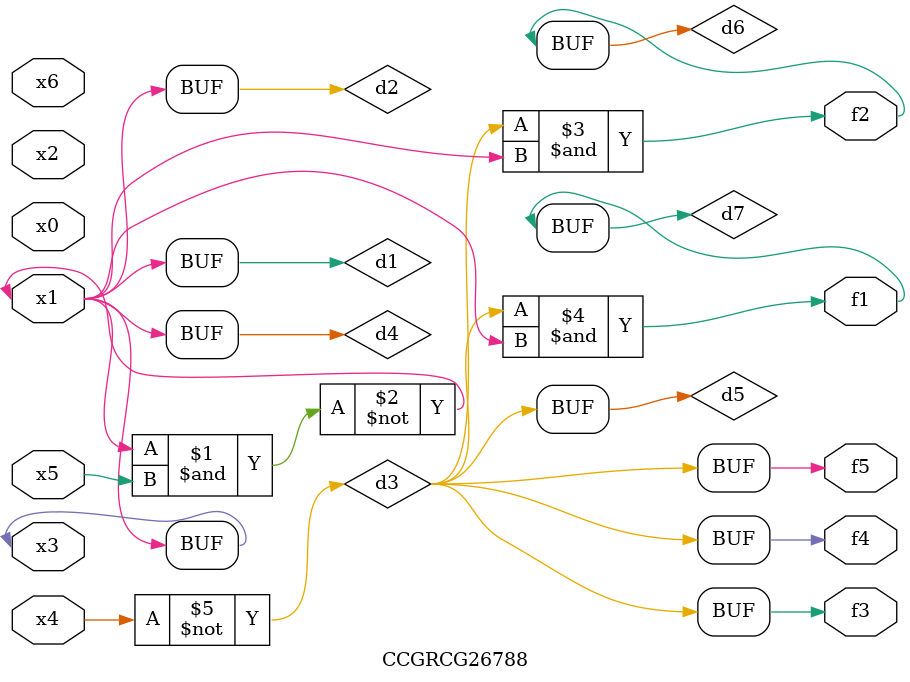
<source format=v>
module CCGRCG26788(
	input x0, x1, x2, x3, x4, x5, x6,
	output f1, f2, f3, f4, f5
);

	wire d1, d2, d3, d4, d5, d6, d7;

	buf (d1, x1, x3);
	nand (d2, x1, x5);
	not (d3, x4);
	buf (d4, d1, d2);
	buf (d5, d3);
	and (d6, d3, d4);
	and (d7, d3, d4);
	assign f1 = d7;
	assign f2 = d6;
	assign f3 = d5;
	assign f4 = d5;
	assign f5 = d5;
endmodule

</source>
